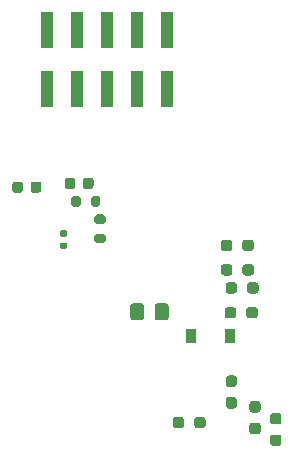
<source format=gbr>
%TF.GenerationSoftware,KiCad,Pcbnew,5.1.12-1.fc35*%
%TF.CreationDate,2022-01-07T18:54:40+00:00*%
%TF.ProjectId,cryosub_power_converter_top_v03,6372796f-7375-4625-9f70-6f7765725f63,rev?*%
%TF.SameCoordinates,Original*%
%TF.FileFunction,Paste,Bot*%
%TF.FilePolarity,Positive*%
%FSLAX45Y45*%
G04 Gerber Fmt 4.5, Leading zero omitted, Abs format (unit mm)*
G04 Created by KiCad (PCBNEW 5.1.12-1.fc35) date 2022-01-07 18:54:40*
%MOMM*%
%LPD*%
G01*
G04 APERTURE LIST*
%ADD10R,0.900000X1.200000*%
%ADD11R,1.000000X3.150000*%
G04 APERTURE END LIST*
%TO.C,R13*%
G36*
G01*
X10809000Y-12350500D02*
X10846000Y-12350500D01*
G75*
G02*
X10859500Y-12364000I0J-13500D01*
G01*
X10859500Y-12391000D01*
G75*
G02*
X10846000Y-12404500I-13500J0D01*
G01*
X10809000Y-12404500D01*
G75*
G02*
X10795500Y-12391000I0J13500D01*
G01*
X10795500Y-12364000D01*
G75*
G02*
X10809000Y-12350500I13500J0D01*
G01*
G37*
G36*
G01*
X10809000Y-12248500D02*
X10846000Y-12248500D01*
G75*
G02*
X10859500Y-12262000I0J-13500D01*
G01*
X10859500Y-12289000D01*
G75*
G02*
X10846000Y-12302500I-13500J0D01*
G01*
X10809000Y-12302500D01*
G75*
G02*
X10795500Y-12289000I0J13500D01*
G01*
X10795500Y-12262000D01*
G75*
G02*
X10809000Y-12248500I13500J0D01*
G01*
G37*
%TD*%
%TO.C,R12*%
G36*
G01*
X12375000Y-12968750D02*
X12375000Y-12921250D01*
G75*
G02*
X12398750Y-12897500I23750J0D01*
G01*
X12448750Y-12897500D01*
G75*
G02*
X12472500Y-12921250I0J-23750D01*
G01*
X12472500Y-12968750D01*
G75*
G02*
X12448750Y-12992500I-23750J0D01*
G01*
X12398750Y-12992500D01*
G75*
G02*
X12375000Y-12968750I0J23750D01*
G01*
G37*
G36*
G01*
X12192500Y-12968750D02*
X12192500Y-12921250D01*
G75*
G02*
X12216250Y-12897500I23750J0D01*
G01*
X12266250Y-12897500D01*
G75*
G02*
X12290000Y-12921250I0J-23750D01*
G01*
X12290000Y-12968750D01*
G75*
G02*
X12266250Y-12992500I-23750J0D01*
G01*
X12216250Y-12992500D01*
G75*
G02*
X12192500Y-12968750I0J23750D01*
G01*
G37*
%TD*%
%TO.C,R11*%
G36*
G01*
X12297500Y-12711250D02*
X12297500Y-12758750D01*
G75*
G02*
X12273750Y-12782500I-23750J0D01*
G01*
X12223750Y-12782500D01*
G75*
G02*
X12200000Y-12758750I0J23750D01*
G01*
X12200000Y-12711250D01*
G75*
G02*
X12223750Y-12687500I23750J0D01*
G01*
X12273750Y-12687500D01*
G75*
G02*
X12297500Y-12711250I0J-23750D01*
G01*
G37*
G36*
G01*
X12480000Y-12711250D02*
X12480000Y-12758750D01*
G75*
G02*
X12456250Y-12782500I-23750J0D01*
G01*
X12406250Y-12782500D01*
G75*
G02*
X12382500Y-12758750I0J23750D01*
G01*
X12382500Y-12711250D01*
G75*
G02*
X12406250Y-12687500I23750J0D01*
G01*
X12456250Y-12687500D01*
G75*
G02*
X12480000Y-12711250I0J-23750D01*
G01*
G37*
%TD*%
%TO.C,R19*%
G36*
G01*
X12342500Y-12398750D02*
X12342500Y-12351250D01*
G75*
G02*
X12366250Y-12327500I23750J0D01*
G01*
X12416250Y-12327500D01*
G75*
G02*
X12440000Y-12351250I0J-23750D01*
G01*
X12440000Y-12398750D01*
G75*
G02*
X12416250Y-12422500I-23750J0D01*
G01*
X12366250Y-12422500D01*
G75*
G02*
X12342500Y-12398750I0J23750D01*
G01*
G37*
G36*
G01*
X12160000Y-12398750D02*
X12160000Y-12351250D01*
G75*
G02*
X12183750Y-12327500I23750J0D01*
G01*
X12233750Y-12327500D01*
G75*
G02*
X12257500Y-12351250I0J-23750D01*
G01*
X12257500Y-12398750D01*
G75*
G02*
X12233750Y-12422500I-23750J0D01*
G01*
X12183750Y-12422500D01*
G75*
G02*
X12160000Y-12398750I0J23750D01*
G01*
G37*
%TD*%
%TO.C,R18*%
G36*
G01*
X12257500Y-12558750D02*
X12257500Y-12606250D01*
G75*
G02*
X12233750Y-12630000I-23750J0D01*
G01*
X12183750Y-12630000D01*
G75*
G02*
X12160000Y-12606250I0J23750D01*
G01*
X12160000Y-12558750D01*
G75*
G02*
X12183750Y-12535000I23750J0D01*
G01*
X12233750Y-12535000D01*
G75*
G02*
X12257500Y-12558750I0J-23750D01*
G01*
G37*
G36*
G01*
X12440000Y-12558750D02*
X12440000Y-12606250D01*
G75*
G02*
X12416250Y-12630000I-23750J0D01*
G01*
X12366250Y-12630000D01*
G75*
G02*
X12342500Y-12606250I0J23750D01*
G01*
X12342500Y-12558750D01*
G75*
G02*
X12366250Y-12535000I23750J0D01*
G01*
X12416250Y-12535000D01*
G75*
G02*
X12440000Y-12558750I0J-23750D01*
G01*
G37*
%TD*%
%TO.C,R17*%
G36*
G01*
X11060000Y-12030000D02*
X11060000Y-11975000D01*
G75*
G02*
X11080000Y-11955000I20000J0D01*
G01*
X11120000Y-11955000D01*
G75*
G02*
X11140000Y-11975000I0J-20000D01*
G01*
X11140000Y-12030000D01*
G75*
G02*
X11120000Y-12050000I-20000J0D01*
G01*
X11080000Y-12050000D01*
G75*
G02*
X11060000Y-12030000I0J20000D01*
G01*
G37*
G36*
G01*
X10895000Y-12030000D02*
X10895000Y-11975000D01*
G75*
G02*
X10915000Y-11955000I20000J0D01*
G01*
X10955000Y-11955000D01*
G75*
G02*
X10975000Y-11975000I0J-20000D01*
G01*
X10975000Y-12030000D01*
G75*
G02*
X10955000Y-12050000I-20000J0D01*
G01*
X10915000Y-12050000D01*
G75*
G02*
X10895000Y-12030000I0J20000D01*
G01*
G37*
%TD*%
%TO.C,R15*%
G36*
G01*
X11110000Y-12277500D02*
X11165000Y-12277500D01*
G75*
G02*
X11185000Y-12297500I0J-20000D01*
G01*
X11185000Y-12337500D01*
G75*
G02*
X11165000Y-12357500I-20000J0D01*
G01*
X11110000Y-12357500D01*
G75*
G02*
X11090000Y-12337500I0J20000D01*
G01*
X11090000Y-12297500D01*
G75*
G02*
X11110000Y-12277500I20000J0D01*
G01*
G37*
G36*
G01*
X11110000Y-12112500D02*
X11165000Y-12112500D01*
G75*
G02*
X11185000Y-12132500I0J-20000D01*
G01*
X11185000Y-12172500D01*
G75*
G02*
X11165000Y-12192500I-20000J0D01*
G01*
X11110000Y-12192500D01*
G75*
G02*
X11090000Y-12172500I0J20000D01*
G01*
X11090000Y-12132500D01*
G75*
G02*
X11110000Y-12112500I20000J0D01*
G01*
G37*
%TD*%
D10*
%TO.C,D2*%
X12240000Y-13142500D03*
X11910000Y-13142500D03*
%TD*%
%TO.C,C13*%
G36*
G01*
X10992500Y-11875000D02*
X10992500Y-11825000D01*
G75*
G02*
X11015000Y-11802500I22500J0D01*
G01*
X11060000Y-11802500D01*
G75*
G02*
X11082500Y-11825000I0J-22500D01*
G01*
X11082500Y-11875000D01*
G75*
G02*
X11060000Y-11897500I-22500J0D01*
G01*
X11015000Y-11897500D01*
G75*
G02*
X10992500Y-11875000I0J22500D01*
G01*
G37*
G36*
G01*
X10837500Y-11875000D02*
X10837500Y-11825000D01*
G75*
G02*
X10860000Y-11802500I22500J0D01*
G01*
X10905000Y-11802500D01*
G75*
G02*
X10927500Y-11825000I0J-22500D01*
G01*
X10927500Y-11875000D01*
G75*
G02*
X10905000Y-11897500I-22500J0D01*
G01*
X10860000Y-11897500D01*
G75*
G02*
X10837500Y-11875000I0J22500D01*
G01*
G37*
%TD*%
%TO.C,C11*%
G36*
G01*
X10550000Y-11907500D02*
X10550000Y-11857500D01*
G75*
G02*
X10572500Y-11835000I22500J0D01*
G01*
X10617500Y-11835000D01*
G75*
G02*
X10640000Y-11857500I0J-22500D01*
G01*
X10640000Y-11907500D01*
G75*
G02*
X10617500Y-11930000I-22500J0D01*
G01*
X10572500Y-11930000D01*
G75*
G02*
X10550000Y-11907500I0J22500D01*
G01*
G37*
G36*
G01*
X10395000Y-11907500D02*
X10395000Y-11857500D01*
G75*
G02*
X10417500Y-11835000I22500J0D01*
G01*
X10462500Y-11835000D01*
G75*
G02*
X10485000Y-11857500I0J-22500D01*
G01*
X10485000Y-11907500D01*
G75*
G02*
X10462500Y-11930000I-22500J0D01*
G01*
X10417500Y-11930000D01*
G75*
G02*
X10395000Y-11907500I0J22500D01*
G01*
G37*
%TD*%
%TO.C,C7*%
G36*
G01*
X11600000Y-12985000D02*
X11600000Y-12890000D01*
G75*
G02*
X11625000Y-12865000I25000J0D01*
G01*
X11692500Y-12865000D01*
G75*
G02*
X11717500Y-12890000I0J-25000D01*
G01*
X11717500Y-12985000D01*
G75*
G02*
X11692500Y-13010000I-25000J0D01*
G01*
X11625000Y-13010000D01*
G75*
G02*
X11600000Y-12985000I0J25000D01*
G01*
G37*
G36*
G01*
X11392500Y-12985000D02*
X11392500Y-12890000D01*
G75*
G02*
X11417500Y-12865000I25000J0D01*
G01*
X11485000Y-12865000D01*
G75*
G02*
X11510000Y-12890000I0J-25000D01*
G01*
X11510000Y-12985000D01*
G75*
G02*
X11485000Y-13010000I-25000J0D01*
G01*
X11417500Y-13010000D01*
G75*
G02*
X11392500Y-12985000I0J25000D01*
G01*
G37*
%TD*%
D11*
%TO.C,J2*%
X11708000Y-11052500D03*
X11708000Y-10547500D03*
X11454000Y-11052500D03*
X11454000Y-10547500D03*
X11200000Y-11052500D03*
X11200000Y-10547500D03*
X10946000Y-11052500D03*
X10946000Y-10547500D03*
X10692000Y-11052500D03*
X10692000Y-10547500D03*
%TD*%
%TO.C,R4*%
G36*
G01*
X12426250Y-13876250D02*
X12473750Y-13876250D01*
G75*
G02*
X12497500Y-13900000I0J-23750D01*
G01*
X12497500Y-13950000D01*
G75*
G02*
X12473750Y-13973750I-23750J0D01*
G01*
X12426250Y-13973750D01*
G75*
G02*
X12402500Y-13950000I0J23750D01*
G01*
X12402500Y-13900000D01*
G75*
G02*
X12426250Y-13876250I23750J0D01*
G01*
G37*
G36*
G01*
X12426250Y-13693750D02*
X12473750Y-13693750D01*
G75*
G02*
X12497500Y-13717500I0J-23750D01*
G01*
X12497500Y-13767500D01*
G75*
G02*
X12473750Y-13791250I-23750J0D01*
G01*
X12426250Y-13791250D01*
G75*
G02*
X12402500Y-13767500I0J23750D01*
G01*
X12402500Y-13717500D01*
G75*
G02*
X12426250Y-13693750I23750J0D01*
G01*
G37*
%TD*%
%TO.C,R5*%
G36*
G01*
X11933750Y-13898750D02*
X11933750Y-13851250D01*
G75*
G02*
X11957500Y-13827500I23750J0D01*
G01*
X12007500Y-13827500D01*
G75*
G02*
X12031250Y-13851250I0J-23750D01*
G01*
X12031250Y-13898750D01*
G75*
G02*
X12007500Y-13922500I-23750J0D01*
G01*
X11957500Y-13922500D01*
G75*
G02*
X11933750Y-13898750I0J23750D01*
G01*
G37*
G36*
G01*
X11751250Y-13898750D02*
X11751250Y-13851250D01*
G75*
G02*
X11775000Y-13827500I23750J0D01*
G01*
X11825000Y-13827500D01*
G75*
G02*
X11848750Y-13851250I0J-23750D01*
G01*
X11848750Y-13898750D01*
G75*
G02*
X11825000Y-13922500I-23750J0D01*
G01*
X11775000Y-13922500D01*
G75*
G02*
X11751250Y-13898750I0J23750D01*
G01*
G37*
%TD*%
%TO.C,R6*%
G36*
G01*
X12226250Y-13658750D02*
X12273750Y-13658750D01*
G75*
G02*
X12297500Y-13682500I0J-23750D01*
G01*
X12297500Y-13732500D01*
G75*
G02*
X12273750Y-13756250I-23750J0D01*
G01*
X12226250Y-13756250D01*
G75*
G02*
X12202500Y-13732500I0J23750D01*
G01*
X12202500Y-13682500D01*
G75*
G02*
X12226250Y-13658750I23750J0D01*
G01*
G37*
G36*
G01*
X12226250Y-13476250D02*
X12273750Y-13476250D01*
G75*
G02*
X12297500Y-13500000I0J-23750D01*
G01*
X12297500Y-13550000D01*
G75*
G02*
X12273750Y-13573750I-23750J0D01*
G01*
X12226250Y-13573750D01*
G75*
G02*
X12202500Y-13550000I0J23750D01*
G01*
X12202500Y-13500000D01*
G75*
G02*
X12226250Y-13476250I23750J0D01*
G01*
G37*
%TD*%
%TO.C,R8*%
G36*
G01*
X12648750Y-14073750D02*
X12601250Y-14073750D01*
G75*
G02*
X12577500Y-14050000I0J23750D01*
G01*
X12577500Y-14000000D01*
G75*
G02*
X12601250Y-13976250I23750J0D01*
G01*
X12648750Y-13976250D01*
G75*
G02*
X12672500Y-14000000I0J-23750D01*
G01*
X12672500Y-14050000D01*
G75*
G02*
X12648750Y-14073750I-23750J0D01*
G01*
G37*
G36*
G01*
X12648750Y-13891250D02*
X12601250Y-13891250D01*
G75*
G02*
X12577500Y-13867500I0J23750D01*
G01*
X12577500Y-13817500D01*
G75*
G02*
X12601250Y-13793750I23750J0D01*
G01*
X12648750Y-13793750D01*
G75*
G02*
X12672500Y-13817500I0J-23750D01*
G01*
X12672500Y-13867500D01*
G75*
G02*
X12648750Y-13891250I-23750J0D01*
G01*
G37*
%TD*%
M02*

</source>
